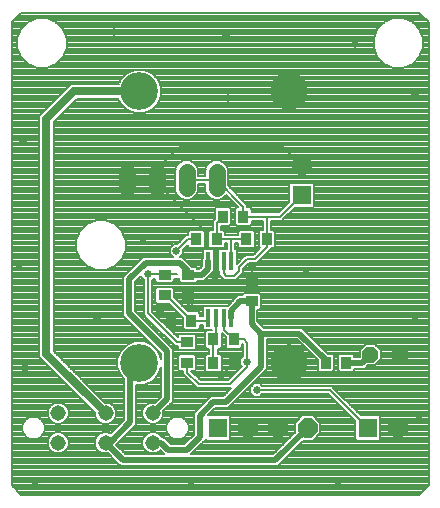
<source format=gtl>
G75*
%MOIN*%
%OFA0B0*%
%FSLAX25Y25*%
%IPPOS*%
%LPD*%
%AMOC8*
5,1,8,0,0,1.08239X$1,22.5*
%
%ADD10R,0.03500X0.04200*%
%ADD11R,0.04200X0.03500*%
%ADD12OC8,0.05200*%
%ADD13C,0.05600*%
%ADD14R,0.01700X0.05900*%
%ADD15C,0.12583*%
%ADD16OC8,0.06496*%
%ADD17R,0.06496X0.06496*%
%ADD18C,0.05150*%
%ADD19C,0.00787*%
%ADD20C,0.02000*%
%ADD21C,0.01969*%
%ADD22C,0.02578*%
%ADD23C,0.00800*%
%ADD24C,0.02756*%
D10*
X0064529Y0067929D03*
X0071329Y0067929D03*
X0078702Y0061630D03*
X0085502Y0061630D03*
X0085502Y0053756D03*
X0078702Y0053756D03*
X0116143Y0053795D03*
X0122943Y0053795D03*
X0096526Y0095094D03*
X0089726Y0095094D03*
X0088652Y0102575D03*
X0081852Y0102575D03*
X0079794Y0095055D03*
X0072994Y0095055D03*
D11*
X0070291Y0083140D03*
X0070291Y0076340D03*
X0062417Y0076340D03*
X0062417Y0083140D03*
X0069898Y0060699D03*
X0069898Y0053899D03*
X0091394Y0074332D03*
X0091394Y0081132D03*
D12*
X0131000Y0056551D03*
X0141000Y0056551D03*
D13*
X0079780Y0111980D02*
X0079780Y0117580D01*
X0069780Y0117580D02*
X0069780Y0111980D01*
X0059780Y0111980D02*
X0059780Y0117580D01*
X0049780Y0117580D02*
X0049780Y0111980D01*
D14*
X0076964Y0087923D03*
X0079464Y0087923D03*
X0082064Y0087923D03*
X0084564Y0087923D03*
X0084564Y0068723D03*
X0082064Y0068723D03*
X0079464Y0068723D03*
X0076964Y0068723D03*
D15*
X0053953Y0053756D03*
X0103953Y0053756D03*
X0103953Y0144307D03*
X0053953Y0144307D03*
D16*
X0108087Y0119661D03*
X0110134Y0032102D03*
X0100134Y0032102D03*
X0090134Y0032102D03*
X0140134Y0032102D03*
D17*
X0130134Y0032102D03*
X0080134Y0032102D03*
X0108087Y0109661D03*
D18*
X0058480Y0037024D03*
X0058480Y0027181D03*
X0042732Y0027181D03*
X0042732Y0037024D03*
X0026984Y0037024D03*
X0026984Y0027181D03*
D19*
X0012019Y0012425D02*
X0149824Y0012425D01*
X0150394Y0012995D02*
X0147273Y0009874D01*
X0014569Y0009874D01*
X0011449Y0012995D01*
X0011449Y0167352D01*
X0014569Y0170472D01*
X0147273Y0170472D01*
X0150394Y0167352D01*
X0150394Y0012995D01*
X0150394Y0013211D02*
X0011449Y0013211D01*
X0011449Y0013997D02*
X0150394Y0013997D01*
X0150394Y0014783D02*
X0011449Y0014783D01*
X0011449Y0015568D02*
X0150394Y0015568D01*
X0150394Y0016354D02*
X0011449Y0016354D01*
X0011449Y0017140D02*
X0150394Y0017140D01*
X0150394Y0017926D02*
X0011449Y0017926D01*
X0011449Y0018712D02*
X0150394Y0018712D01*
X0150394Y0019498D02*
X0100327Y0019498D01*
X0100189Y0019361D02*
X0101348Y0020519D01*
X0101348Y0020519D01*
X0108689Y0027861D01*
X0111891Y0027861D01*
X0114376Y0030345D01*
X0114376Y0033859D01*
X0111891Y0036344D01*
X0108377Y0036344D01*
X0105892Y0033859D01*
X0105892Y0030658D01*
X0098551Y0023317D01*
X0071149Y0023317D01*
X0074914Y0027081D01*
X0076072Y0028240D01*
X0076072Y0028262D01*
X0076474Y0027861D01*
X0083793Y0027861D01*
X0084376Y0028443D01*
X0084376Y0035762D01*
X0083793Y0036344D01*
X0077035Y0036344D01*
X0079378Y0038687D01*
X0083611Y0038687D01*
X0096679Y0051755D01*
X0096679Y0061620D01*
X0106480Y0061620D01*
X0113400Y0054701D01*
X0113400Y0051284D01*
X0113982Y0050702D01*
X0118305Y0050702D01*
X0118887Y0051284D01*
X0118887Y0056307D01*
X0118305Y0056889D01*
X0116806Y0056889D01*
X0108119Y0065576D01*
X0095520Y0065576D01*
X0093372Y0067725D01*
X0093372Y0071589D01*
X0093905Y0071589D01*
X0094487Y0072171D01*
X0094487Y0076494D01*
X0093905Y0077076D01*
X0088882Y0077076D01*
X0088300Y0076494D01*
X0088300Y0076326D01*
X0086892Y0076326D01*
X0085724Y0075158D01*
X0083738Y0073172D01*
X0083233Y0072667D01*
X0080802Y0072667D01*
X0080764Y0072628D01*
X0080725Y0072667D01*
X0075702Y0072667D01*
X0075120Y0072084D01*
X0075120Y0069317D01*
X0074073Y0069317D01*
X0074073Y0070441D01*
X0073491Y0071023D01*
X0070299Y0071023D01*
X0067075Y0074247D01*
X0067075Y0074257D01*
X0066262Y0075069D01*
X0065511Y0075820D01*
X0065511Y0078502D01*
X0064929Y0079084D01*
X0059906Y0079084D01*
X0059324Y0078502D01*
X0059324Y0074179D01*
X0059906Y0073596D01*
X0063811Y0073596D01*
X0064300Y0073107D01*
X0064300Y0073098D01*
X0068585Y0068812D01*
X0068585Y0065418D01*
X0069168Y0064835D01*
X0073491Y0064835D01*
X0074073Y0065418D01*
X0074073Y0066542D01*
X0075120Y0066542D01*
X0075120Y0065361D01*
X0075702Y0064779D01*
X0078076Y0064779D01*
X0078076Y0064724D01*
X0076541Y0064724D01*
X0075959Y0064142D01*
X0075959Y0059118D01*
X0076541Y0058536D01*
X0077315Y0058536D01*
X0077315Y0056850D01*
X0076541Y0056850D01*
X0075959Y0056268D01*
X0075959Y0051244D01*
X0076541Y0050662D01*
X0080864Y0050662D01*
X0081446Y0051244D01*
X0081446Y0056268D01*
X0080864Y0056850D01*
X0080090Y0056850D01*
X0080090Y0058536D01*
X0080864Y0058536D01*
X0081446Y0059118D01*
X0081446Y0063724D01*
X0082759Y0062412D01*
X0082759Y0059118D01*
X0083341Y0058536D01*
X0087664Y0058536D01*
X0088246Y0059118D01*
X0088246Y0060217D01*
X0088589Y0059874D01*
X0088589Y0055990D01*
X0087694Y0055095D01*
X0087694Y0053204D01*
X0088169Y0052729D01*
X0083496Y0048057D01*
X0074409Y0048057D01*
X0071310Y0051156D01*
X0072409Y0051156D01*
X0072991Y0051738D01*
X0072991Y0056061D01*
X0072409Y0056643D01*
X0067386Y0056643D01*
X0066804Y0056061D01*
X0066804Y0051738D01*
X0067386Y0051156D01*
X0068510Y0051156D01*
X0068510Y0050032D01*
X0072447Y0046095D01*
X0073260Y0045282D01*
X0084611Y0045282D01*
X0081972Y0042643D01*
X0077740Y0042643D01*
X0073275Y0038179D01*
X0072117Y0037020D01*
X0072117Y0029879D01*
X0068972Y0026734D01*
X0064524Y0026734D01*
X0062099Y0029159D01*
X0061524Y0029159D01*
X0061506Y0029202D01*
X0060502Y0030206D01*
X0059190Y0030750D01*
X0057770Y0030750D01*
X0056459Y0030206D01*
X0055455Y0029202D01*
X0054912Y0027891D01*
X0054912Y0026471D01*
X0055455Y0025160D01*
X0056459Y0024156D01*
X0057770Y0023613D01*
X0059190Y0023613D01*
X0060502Y0024156D01*
X0061005Y0024659D01*
X0061727Y0023937D01*
X0062347Y0023317D01*
X0049394Y0023317D01*
X0046283Y0026428D01*
X0046301Y0026471D01*
X0046301Y0026574D01*
X0051819Y0032093D01*
X0052978Y0033252D01*
X0052978Y0046471D01*
X0055402Y0046471D01*
X0058079Y0047580D01*
X0060129Y0049629D01*
X0061227Y0052280D01*
X0061227Y0042567D01*
X0059234Y0040574D01*
X0059190Y0040592D01*
X0057770Y0040592D01*
X0056459Y0040049D01*
X0055455Y0039045D01*
X0054912Y0037733D01*
X0054912Y0036314D01*
X0055455Y0035002D01*
X0056459Y0033998D01*
X0057770Y0033455D01*
X0059190Y0033455D01*
X0060502Y0033998D01*
X0061506Y0035002D01*
X0062049Y0036314D01*
X0062049Y0037733D01*
X0062031Y0037777D01*
X0064024Y0039770D01*
X0065183Y0040929D01*
X0065183Y0058512D01*
X0064024Y0059671D01*
X0052584Y0071111D01*
X0052584Y0080889D01*
X0054623Y0082928D01*
X0054623Y0082338D01*
X0055518Y0081443D01*
X0055518Y0069723D01*
X0056331Y0068910D01*
X0065929Y0059312D01*
X0066804Y0059312D01*
X0066804Y0058538D01*
X0067386Y0057956D01*
X0072409Y0057956D01*
X0072991Y0058538D01*
X0072991Y0062861D01*
X0072409Y0063443D01*
X0067386Y0063443D01*
X0066804Y0062861D01*
X0066804Y0062361D01*
X0058293Y0070872D01*
X0058293Y0081443D01*
X0058746Y0081896D01*
X0059324Y0081896D01*
X0059324Y0080979D01*
X0059906Y0080396D01*
X0064929Y0080396D01*
X0065511Y0080979D01*
X0065511Y0081863D01*
X0066419Y0081896D01*
X0066968Y0081896D01*
X0066989Y0081917D01*
X0067018Y0081918D01*
X0067198Y0082111D01*
X0067198Y0080979D01*
X0067780Y0080396D01*
X0072803Y0080396D01*
X0073385Y0080979D01*
X0073385Y0081146D01*
X0075698Y0081146D01*
X0076866Y0082314D01*
X0078957Y0084406D01*
X0078957Y0088749D01*
X0078807Y0088899D01*
X0078807Y0091284D01*
X0078225Y0091867D01*
X0075702Y0091867D01*
X0075120Y0091284D01*
X0075120Y0088899D01*
X0074970Y0088749D01*
X0074970Y0086057D01*
X0074047Y0085134D01*
X0073385Y0085134D01*
X0073385Y0085302D01*
X0072803Y0085884D01*
X0071669Y0085884D01*
X0068355Y0089198D01*
X0067623Y0089198D01*
X0068637Y0090212D01*
X0068637Y0091478D01*
X0070250Y0093091D01*
X0070250Y0092544D01*
X0070832Y0091961D01*
X0075155Y0091961D01*
X0075737Y0092544D01*
X0075737Y0097567D01*
X0075155Y0098149D01*
X0070832Y0098149D01*
X0070250Y0097567D01*
X0070250Y0096443D01*
X0069677Y0096443D01*
X0066675Y0093440D01*
X0065409Y0093440D01*
X0064072Y0092103D01*
X0064072Y0090212D01*
X0065085Y0089198D01*
X0055299Y0089198D01*
X0049787Y0083687D01*
X0048628Y0082528D01*
X0048628Y0069472D01*
X0061227Y0056874D01*
X0061227Y0055232D01*
X0060129Y0057883D01*
X0058079Y0059932D01*
X0055402Y0061041D01*
X0052504Y0061041D01*
X0049826Y0059932D01*
X0047777Y0057883D01*
X0046668Y0055205D01*
X0046668Y0052307D01*
X0047777Y0049629D01*
X0049022Y0048384D01*
X0049022Y0034890D01*
X0044460Y0030328D01*
X0043442Y0030750D01*
X0042022Y0030750D01*
X0040711Y0030206D01*
X0039707Y0029202D01*
X0039164Y0027891D01*
X0039164Y0026471D01*
X0039707Y0025160D01*
X0040711Y0024156D01*
X0042022Y0023613D01*
X0043442Y0023613D01*
X0043486Y0023631D01*
X0046597Y0020519D01*
X0047755Y0019361D01*
X0100189Y0019361D01*
X0101113Y0020284D02*
X0150394Y0020284D01*
X0150394Y0021070D02*
X0101899Y0021070D01*
X0102684Y0021856D02*
X0150394Y0021856D01*
X0150394Y0022642D02*
X0103470Y0022642D01*
X0104256Y0023428D02*
X0150394Y0023428D01*
X0150394Y0024213D02*
X0105042Y0024213D01*
X0105828Y0024999D02*
X0150394Y0024999D01*
X0150394Y0025785D02*
X0106614Y0025785D01*
X0107400Y0026571D02*
X0150394Y0026571D01*
X0150394Y0027357D02*
X0108186Y0027357D01*
X0105735Y0030501D02*
X0084376Y0030501D01*
X0084376Y0031287D02*
X0105892Y0031287D01*
X0105892Y0032073D02*
X0084376Y0032073D01*
X0084376Y0032859D02*
X0105892Y0032859D01*
X0105892Y0033644D02*
X0084376Y0033644D01*
X0084376Y0034430D02*
X0106463Y0034430D01*
X0107249Y0035216D02*
X0084376Y0035216D01*
X0084135Y0036002D02*
X0108035Y0036002D01*
X0112233Y0036002D02*
X0124272Y0036002D01*
X0125058Y0035216D02*
X0113019Y0035216D01*
X0113805Y0034430D02*
X0125844Y0034430D01*
X0125892Y0034382D02*
X0125892Y0028443D01*
X0126474Y0027861D01*
X0133793Y0027861D01*
X0134376Y0028443D01*
X0134376Y0035762D01*
X0133793Y0036344D01*
X0127854Y0036344D01*
X0118923Y0045275D01*
X0118110Y0046088D01*
X0094967Y0046088D01*
X0094071Y0046983D01*
X0092180Y0046983D01*
X0090843Y0045646D01*
X0090843Y0043755D01*
X0092180Y0042418D01*
X0094071Y0042418D01*
X0094967Y0043313D01*
X0116961Y0043313D01*
X0125892Y0034382D01*
X0125892Y0033644D02*
X0114376Y0033644D01*
X0114376Y0032859D02*
X0125892Y0032859D01*
X0125892Y0032073D02*
X0114376Y0032073D01*
X0114376Y0031287D02*
X0125892Y0031287D01*
X0125892Y0030501D02*
X0114376Y0030501D01*
X0113745Y0029715D02*
X0125892Y0029715D01*
X0125892Y0028929D02*
X0112959Y0028929D01*
X0112173Y0028143D02*
X0126192Y0028143D01*
X0130134Y0032102D02*
X0117535Y0044701D01*
X0093126Y0044701D01*
X0094729Y0043075D02*
X0117199Y0043075D01*
X0117985Y0042289D02*
X0087213Y0042289D01*
X0086427Y0041504D02*
X0118771Y0041504D01*
X0119556Y0040718D02*
X0085641Y0040718D01*
X0084855Y0039932D02*
X0120342Y0039932D01*
X0121128Y0039146D02*
X0084069Y0039146D01*
X0082404Y0043075D02*
X0065183Y0043075D01*
X0065183Y0042289D02*
X0077386Y0042289D01*
X0076600Y0041504D02*
X0065183Y0041504D01*
X0064972Y0040718D02*
X0075814Y0040718D01*
X0075028Y0039932D02*
X0064186Y0039932D01*
X0063400Y0039146D02*
X0074242Y0039146D01*
X0073456Y0038360D02*
X0062614Y0038360D01*
X0062049Y0037574D02*
X0072670Y0037574D01*
X0072117Y0036788D02*
X0062049Y0036788D01*
X0061920Y0036002D02*
X0072117Y0036002D01*
X0072117Y0035216D02*
X0068946Y0035216D01*
X0068876Y0035286D02*
X0067495Y0035858D01*
X0066001Y0035858D01*
X0064620Y0035286D01*
X0063564Y0034230D01*
X0062992Y0032849D01*
X0062992Y0031355D01*
X0063564Y0029975D01*
X0064620Y0028918D01*
X0066001Y0028346D01*
X0067495Y0028346D01*
X0068876Y0028918D01*
X0069932Y0029975D01*
X0070504Y0031355D01*
X0070504Y0032849D01*
X0069932Y0034230D01*
X0068876Y0035286D01*
X0069732Y0034430D02*
X0072117Y0034430D01*
X0072117Y0033644D02*
X0070175Y0033644D01*
X0070500Y0032859D02*
X0072117Y0032859D01*
X0072117Y0032073D02*
X0070504Y0032073D01*
X0070476Y0031287D02*
X0072117Y0031287D01*
X0072117Y0030501D02*
X0070150Y0030501D01*
X0069672Y0029715D02*
X0071953Y0029715D01*
X0071167Y0028929D02*
X0068886Y0028929D01*
X0070381Y0028143D02*
X0063115Y0028143D01*
X0062329Y0028929D02*
X0064610Y0028929D01*
X0063824Y0029715D02*
X0060993Y0029715D01*
X0059791Y0030501D02*
X0063346Y0030501D01*
X0063021Y0031287D02*
X0051013Y0031287D01*
X0051799Y0032073D02*
X0062992Y0032073D01*
X0062996Y0032859D02*
X0052585Y0032859D01*
X0052978Y0033644D02*
X0057313Y0033644D01*
X0056027Y0034430D02*
X0052978Y0034430D01*
X0052978Y0035216D02*
X0055366Y0035216D01*
X0055041Y0036002D02*
X0052978Y0036002D01*
X0052978Y0036788D02*
X0054912Y0036788D01*
X0054912Y0037574D02*
X0052978Y0037574D01*
X0052978Y0038360D02*
X0055171Y0038360D01*
X0055556Y0039146D02*
X0052978Y0039146D01*
X0052978Y0039932D02*
X0056342Y0039932D01*
X0059377Y0040718D02*
X0052978Y0040718D01*
X0052978Y0041504D02*
X0060163Y0041504D01*
X0060949Y0042289D02*
X0052978Y0042289D01*
X0052978Y0043075D02*
X0061227Y0043075D01*
X0061227Y0043861D02*
X0052978Y0043861D01*
X0052978Y0044647D02*
X0061227Y0044647D01*
X0061227Y0045433D02*
X0052978Y0045433D01*
X0052978Y0046219D02*
X0061227Y0046219D01*
X0061227Y0047005D02*
X0056691Y0047005D01*
X0058290Y0047791D02*
X0061227Y0047791D01*
X0061227Y0048577D02*
X0059076Y0048577D01*
X0059862Y0049363D02*
X0061227Y0049363D01*
X0061227Y0050149D02*
X0060344Y0050149D01*
X0060669Y0050934D02*
X0061227Y0050934D01*
X0061227Y0051720D02*
X0060995Y0051720D01*
X0061053Y0055650D02*
X0061227Y0055650D01*
X0061227Y0056436D02*
X0060728Y0056436D01*
X0060879Y0057222D02*
X0060402Y0057222D01*
X0060093Y0058008D02*
X0060004Y0058008D01*
X0059307Y0058794D02*
X0059218Y0058794D01*
X0058521Y0059580D02*
X0058432Y0059580D01*
X0057735Y0060365D02*
X0057033Y0060365D01*
X0056949Y0061151D02*
X0025419Y0061151D01*
X0025419Y0060365D02*
X0050873Y0060365D01*
X0049474Y0059580D02*
X0025419Y0059580D01*
X0025419Y0058794D02*
X0048688Y0058794D01*
X0047902Y0058008D02*
X0025419Y0058008D01*
X0025419Y0057691D02*
X0025419Y0134270D01*
X0033085Y0141935D01*
X0047050Y0141935D01*
X0047777Y0140180D01*
X0049826Y0138131D01*
X0052504Y0137022D01*
X0055402Y0137022D01*
X0058079Y0138131D01*
X0060129Y0140180D01*
X0061238Y0142858D01*
X0061238Y0145756D01*
X0060129Y0148434D01*
X0058079Y0150483D01*
X0055402Y0151592D01*
X0052504Y0151592D01*
X0049826Y0150483D01*
X0047777Y0148434D01*
X0047050Y0146679D01*
X0031120Y0146679D01*
X0020676Y0136234D01*
X0020676Y0055726D01*
X0039164Y0037238D01*
X0039164Y0036314D01*
X0039707Y0035002D01*
X0040711Y0033998D01*
X0042022Y0033455D01*
X0043442Y0033455D01*
X0044754Y0033998D01*
X0045758Y0035002D01*
X0046301Y0036314D01*
X0046301Y0037733D01*
X0045758Y0039045D01*
X0044754Y0040049D01*
X0043442Y0040592D01*
X0042518Y0040592D01*
X0025419Y0057691D01*
X0025888Y0057222D02*
X0047503Y0057222D01*
X0047178Y0056436D02*
X0026674Y0056436D01*
X0027460Y0055650D02*
X0046852Y0055650D01*
X0046668Y0054864D02*
X0028246Y0054864D01*
X0029032Y0054078D02*
X0046668Y0054078D01*
X0046668Y0053292D02*
X0029818Y0053292D01*
X0030604Y0052506D02*
X0046668Y0052506D01*
X0046911Y0051720D02*
X0031390Y0051720D01*
X0032175Y0050934D02*
X0047236Y0050934D01*
X0047562Y0050149D02*
X0032961Y0050149D01*
X0033747Y0049363D02*
X0048043Y0049363D01*
X0048829Y0048577D02*
X0034533Y0048577D01*
X0035319Y0047791D02*
X0049022Y0047791D01*
X0049022Y0047005D02*
X0036105Y0047005D01*
X0036891Y0046219D02*
X0049022Y0046219D01*
X0049022Y0045433D02*
X0037677Y0045433D01*
X0038463Y0044647D02*
X0049022Y0044647D01*
X0049022Y0043861D02*
X0039249Y0043861D01*
X0040035Y0043075D02*
X0049022Y0043075D01*
X0049022Y0042289D02*
X0040820Y0042289D01*
X0041606Y0041504D02*
X0049022Y0041504D01*
X0049022Y0040718D02*
X0042392Y0040718D01*
X0044871Y0039932D02*
X0049022Y0039932D01*
X0049022Y0039146D02*
X0045657Y0039146D01*
X0046041Y0038360D02*
X0049022Y0038360D01*
X0049022Y0037574D02*
X0046301Y0037574D01*
X0046301Y0036788D02*
X0049022Y0036788D01*
X0049022Y0036002D02*
X0046172Y0036002D01*
X0045846Y0035216D02*
X0049022Y0035216D01*
X0048562Y0034430D02*
X0045186Y0034430D01*
X0043899Y0033644D02*
X0047776Y0033644D01*
X0046990Y0032859D02*
X0022469Y0032859D01*
X0022472Y0032849D02*
X0021901Y0034230D01*
X0020844Y0035286D01*
X0019464Y0035858D01*
X0017969Y0035858D01*
X0016589Y0035286D01*
X0015532Y0034230D01*
X0014961Y0032849D01*
X0014961Y0031355D01*
X0015532Y0029975D01*
X0016589Y0028918D01*
X0017969Y0028346D01*
X0019464Y0028346D01*
X0020844Y0028918D01*
X0021901Y0029975D01*
X0022472Y0031355D01*
X0022472Y0032849D01*
X0022472Y0032073D02*
X0046204Y0032073D01*
X0045419Y0031287D02*
X0022444Y0031287D01*
X0022118Y0030501D02*
X0025674Y0030501D01*
X0026274Y0030750D02*
X0024963Y0030206D01*
X0023959Y0029202D01*
X0023416Y0027891D01*
X0023416Y0026471D01*
X0023959Y0025160D01*
X0024963Y0024156D01*
X0026274Y0023613D01*
X0027694Y0023613D01*
X0029006Y0024156D01*
X0030009Y0025160D01*
X0030553Y0026471D01*
X0030553Y0027891D01*
X0030009Y0029202D01*
X0029006Y0030206D01*
X0027694Y0030750D01*
X0026274Y0030750D01*
X0028295Y0030501D02*
X0041422Y0030501D01*
X0040219Y0029715D02*
X0029497Y0029715D01*
X0030123Y0028929D02*
X0039594Y0028929D01*
X0039268Y0028143D02*
X0030448Y0028143D01*
X0030553Y0027357D02*
X0039164Y0027357D01*
X0039164Y0026571D02*
X0030553Y0026571D01*
X0030269Y0025785D02*
X0039448Y0025785D01*
X0039867Y0024999D02*
X0029849Y0024999D01*
X0029063Y0024213D02*
X0040653Y0024213D01*
X0043689Y0023428D02*
X0011449Y0023428D01*
X0011449Y0024213D02*
X0024905Y0024213D01*
X0024119Y0024999D02*
X0011449Y0024999D01*
X0011449Y0025785D02*
X0023700Y0025785D01*
X0023416Y0026571D02*
X0011449Y0026571D01*
X0011449Y0027357D02*
X0023416Y0027357D01*
X0023520Y0028143D02*
X0011449Y0028143D01*
X0011449Y0028929D02*
X0016578Y0028929D01*
X0015792Y0029715D02*
X0011449Y0029715D01*
X0011449Y0030501D02*
X0015315Y0030501D01*
X0014989Y0031287D02*
X0011449Y0031287D01*
X0011449Y0032073D02*
X0014961Y0032073D01*
X0014964Y0032859D02*
X0011449Y0032859D01*
X0011449Y0033644D02*
X0015290Y0033644D01*
X0015733Y0034430D02*
X0011449Y0034430D01*
X0011449Y0035216D02*
X0016519Y0035216D01*
X0020914Y0035216D02*
X0023870Y0035216D01*
X0023959Y0035002D02*
X0024963Y0033998D01*
X0026274Y0033455D01*
X0027694Y0033455D01*
X0029006Y0033998D01*
X0030009Y0035002D01*
X0030553Y0036314D01*
X0030553Y0037733D01*
X0030009Y0039045D01*
X0029006Y0040049D01*
X0027694Y0040592D01*
X0026274Y0040592D01*
X0024963Y0040049D01*
X0023959Y0039045D01*
X0023416Y0037733D01*
X0023416Y0036314D01*
X0023959Y0035002D01*
X0024531Y0034430D02*
X0021700Y0034430D01*
X0022143Y0033644D02*
X0025817Y0033644D01*
X0028151Y0033644D02*
X0041565Y0033644D01*
X0040279Y0034430D02*
X0029438Y0034430D01*
X0030098Y0035216D02*
X0039618Y0035216D01*
X0039293Y0036002D02*
X0030424Y0036002D01*
X0030553Y0036788D02*
X0039164Y0036788D01*
X0038828Y0037574D02*
X0030553Y0037574D01*
X0030293Y0038360D02*
X0038042Y0038360D01*
X0037256Y0039146D02*
X0029909Y0039146D01*
X0029123Y0039932D02*
X0036470Y0039932D01*
X0035684Y0040718D02*
X0011449Y0040718D01*
X0011449Y0041504D02*
X0034898Y0041504D01*
X0034112Y0042289D02*
X0011449Y0042289D01*
X0011449Y0043075D02*
X0033327Y0043075D01*
X0032541Y0043861D02*
X0011449Y0043861D01*
X0011449Y0044647D02*
X0031755Y0044647D01*
X0030969Y0045433D02*
X0011449Y0045433D01*
X0011449Y0046219D02*
X0030183Y0046219D01*
X0029397Y0047005D02*
X0011449Y0047005D01*
X0011449Y0047791D02*
X0028611Y0047791D01*
X0027825Y0048577D02*
X0011449Y0048577D01*
X0011449Y0049363D02*
X0027039Y0049363D01*
X0026253Y0050149D02*
X0011449Y0050149D01*
X0011449Y0050934D02*
X0025467Y0050934D01*
X0024681Y0051720D02*
X0011449Y0051720D01*
X0011449Y0052506D02*
X0023896Y0052506D01*
X0023110Y0053292D02*
X0011449Y0053292D01*
X0011449Y0054078D02*
X0022324Y0054078D01*
X0021538Y0054864D02*
X0011449Y0054864D01*
X0011449Y0055650D02*
X0020752Y0055650D01*
X0020676Y0056436D02*
X0011449Y0056436D01*
X0011449Y0057222D02*
X0020676Y0057222D01*
X0020676Y0058008D02*
X0011449Y0058008D01*
X0011449Y0058794D02*
X0020676Y0058794D01*
X0020676Y0059580D02*
X0011449Y0059580D01*
X0011449Y0060365D02*
X0020676Y0060365D01*
X0020676Y0061151D02*
X0011449Y0061151D01*
X0011449Y0061937D02*
X0020676Y0061937D01*
X0020676Y0062723D02*
X0011449Y0062723D01*
X0011449Y0063509D02*
X0020676Y0063509D01*
X0020676Y0064295D02*
X0011449Y0064295D01*
X0011449Y0065081D02*
X0020676Y0065081D01*
X0020676Y0065867D02*
X0011449Y0065867D01*
X0011449Y0066653D02*
X0020676Y0066653D01*
X0020676Y0067439D02*
X0011449Y0067439D01*
X0011449Y0068225D02*
X0020676Y0068225D01*
X0020676Y0069010D02*
X0011449Y0069010D01*
X0011449Y0069796D02*
X0020676Y0069796D01*
X0020676Y0070582D02*
X0011449Y0070582D01*
X0011449Y0071368D02*
X0020676Y0071368D01*
X0020676Y0072154D02*
X0011449Y0072154D01*
X0011449Y0072940D02*
X0020676Y0072940D01*
X0020676Y0073726D02*
X0011449Y0073726D01*
X0011449Y0074512D02*
X0020676Y0074512D01*
X0020676Y0075298D02*
X0011449Y0075298D01*
X0011449Y0076084D02*
X0020676Y0076084D01*
X0020676Y0076870D02*
X0011449Y0076870D01*
X0011449Y0077656D02*
X0020676Y0077656D01*
X0020676Y0078441D02*
X0011449Y0078441D01*
X0011449Y0079227D02*
X0020676Y0079227D01*
X0020676Y0080013D02*
X0011449Y0080013D01*
X0011449Y0080799D02*
X0020676Y0080799D01*
X0020676Y0081585D02*
X0011449Y0081585D01*
X0011449Y0082371D02*
X0020676Y0082371D01*
X0020676Y0083157D02*
X0011449Y0083157D01*
X0011449Y0083943D02*
X0020676Y0083943D01*
X0020676Y0084729D02*
X0011449Y0084729D01*
X0011449Y0085515D02*
X0020676Y0085515D01*
X0020676Y0086301D02*
X0011449Y0086301D01*
X0011449Y0087086D02*
X0020676Y0087086D01*
X0020676Y0087872D02*
X0011449Y0087872D01*
X0011449Y0088658D02*
X0020676Y0088658D01*
X0020676Y0089444D02*
X0011449Y0089444D01*
X0011449Y0090230D02*
X0020676Y0090230D01*
X0020676Y0091016D02*
X0011449Y0091016D01*
X0011449Y0091802D02*
X0020676Y0091802D01*
X0020676Y0092588D02*
X0011449Y0092588D01*
X0011449Y0093374D02*
X0020676Y0093374D01*
X0020676Y0094160D02*
X0011449Y0094160D01*
X0011449Y0094946D02*
X0020676Y0094946D01*
X0020676Y0095732D02*
X0011449Y0095732D01*
X0011449Y0096517D02*
X0020676Y0096517D01*
X0020676Y0097303D02*
X0011449Y0097303D01*
X0011449Y0098089D02*
X0020676Y0098089D01*
X0020676Y0098875D02*
X0011449Y0098875D01*
X0011449Y0099661D02*
X0020676Y0099661D01*
X0020676Y0100447D02*
X0011449Y0100447D01*
X0011449Y0101233D02*
X0020676Y0101233D01*
X0020676Y0102019D02*
X0011449Y0102019D01*
X0011449Y0102805D02*
X0020676Y0102805D01*
X0020676Y0103591D02*
X0011449Y0103591D01*
X0011449Y0104377D02*
X0020676Y0104377D01*
X0020676Y0105162D02*
X0011449Y0105162D01*
X0011449Y0105948D02*
X0020676Y0105948D01*
X0020676Y0106734D02*
X0011449Y0106734D01*
X0011449Y0107520D02*
X0020676Y0107520D01*
X0020676Y0108306D02*
X0011449Y0108306D01*
X0011449Y0109092D02*
X0020676Y0109092D01*
X0020676Y0109878D02*
X0011449Y0109878D01*
X0011449Y0110664D02*
X0020676Y0110664D01*
X0020676Y0111450D02*
X0011449Y0111450D01*
X0011449Y0112236D02*
X0020676Y0112236D01*
X0020676Y0113022D02*
X0011449Y0113022D01*
X0011449Y0113808D02*
X0020676Y0113808D01*
X0020676Y0114593D02*
X0011449Y0114593D01*
X0011449Y0115379D02*
X0020676Y0115379D01*
X0020676Y0116165D02*
X0011449Y0116165D01*
X0011449Y0116951D02*
X0020676Y0116951D01*
X0020676Y0117737D02*
X0011449Y0117737D01*
X0011449Y0118523D02*
X0020676Y0118523D01*
X0020676Y0119309D02*
X0011449Y0119309D01*
X0011449Y0120095D02*
X0020676Y0120095D01*
X0020676Y0120881D02*
X0011449Y0120881D01*
X0011449Y0121667D02*
X0020676Y0121667D01*
X0020676Y0122453D02*
X0011449Y0122453D01*
X0011449Y0123238D02*
X0020676Y0123238D01*
X0020676Y0124024D02*
X0011449Y0124024D01*
X0011449Y0124810D02*
X0020676Y0124810D01*
X0020676Y0125596D02*
X0011449Y0125596D01*
X0011449Y0126382D02*
X0020676Y0126382D01*
X0020676Y0127168D02*
X0011449Y0127168D01*
X0011449Y0127954D02*
X0020676Y0127954D01*
X0020676Y0128740D02*
X0011449Y0128740D01*
X0011449Y0129526D02*
X0020676Y0129526D01*
X0020676Y0130312D02*
X0011449Y0130312D01*
X0011449Y0131098D02*
X0020676Y0131098D01*
X0020676Y0131884D02*
X0011449Y0131884D01*
X0011449Y0132669D02*
X0020676Y0132669D01*
X0020676Y0133455D02*
X0011449Y0133455D01*
X0011449Y0134241D02*
X0020676Y0134241D01*
X0020676Y0135027D02*
X0011449Y0135027D01*
X0011449Y0135813D02*
X0020676Y0135813D01*
X0021040Y0136599D02*
X0011449Y0136599D01*
X0011449Y0137385D02*
X0021826Y0137385D01*
X0022612Y0138171D02*
X0011449Y0138171D01*
X0011449Y0138957D02*
X0023398Y0138957D01*
X0024184Y0139743D02*
X0011449Y0139743D01*
X0011449Y0140529D02*
X0024970Y0140529D01*
X0025756Y0141314D02*
X0011449Y0141314D01*
X0011449Y0142100D02*
X0026542Y0142100D01*
X0027328Y0142886D02*
X0011449Y0142886D01*
X0011449Y0143672D02*
X0028113Y0143672D01*
X0028899Y0144458D02*
X0011449Y0144458D01*
X0011449Y0145244D02*
X0029685Y0145244D01*
X0030471Y0146030D02*
X0011449Y0146030D01*
X0011449Y0146816D02*
X0047107Y0146816D01*
X0047432Y0147602D02*
X0011449Y0147602D01*
X0011449Y0148388D02*
X0047758Y0148388D01*
X0048517Y0149174D02*
X0011449Y0149174D01*
X0011449Y0149960D02*
X0049303Y0149960D01*
X0050460Y0150745D02*
X0011449Y0150745D01*
X0011449Y0151531D02*
X0052357Y0151531D01*
X0055549Y0151531D02*
X0150394Y0151531D01*
X0150394Y0150745D02*
X0057446Y0150745D01*
X0058603Y0149960D02*
X0150394Y0149960D01*
X0150394Y0149174D02*
X0059389Y0149174D01*
X0060148Y0148388D02*
X0150394Y0148388D01*
X0150394Y0147602D02*
X0060473Y0147602D01*
X0060799Y0146816D02*
X0150394Y0146816D01*
X0150394Y0146030D02*
X0061124Y0146030D01*
X0061238Y0145244D02*
X0150394Y0145244D01*
X0150394Y0144458D02*
X0061238Y0144458D01*
X0061238Y0143672D02*
X0150394Y0143672D01*
X0150394Y0142886D02*
X0061238Y0142886D01*
X0060924Y0142100D02*
X0150394Y0142100D01*
X0150394Y0141314D02*
X0060598Y0141314D01*
X0060273Y0140529D02*
X0150394Y0140529D01*
X0150394Y0139743D02*
X0059691Y0139743D01*
X0058905Y0138957D02*
X0150394Y0138957D01*
X0150394Y0138171D02*
X0058119Y0138171D01*
X0056278Y0137385D02*
X0150394Y0137385D01*
X0150394Y0136599D02*
X0027748Y0136599D01*
X0026962Y0135813D02*
X0150394Y0135813D01*
X0150394Y0135027D02*
X0026176Y0135027D01*
X0025419Y0134241D02*
X0150394Y0134241D01*
X0150394Y0133455D02*
X0025419Y0133455D01*
X0025419Y0132669D02*
X0150394Y0132669D01*
X0150394Y0131884D02*
X0025419Y0131884D01*
X0025419Y0131098D02*
X0150394Y0131098D01*
X0150394Y0130312D02*
X0025419Y0130312D01*
X0025419Y0129526D02*
X0150394Y0129526D01*
X0150394Y0128740D02*
X0025419Y0128740D01*
X0025419Y0127954D02*
X0150394Y0127954D01*
X0150394Y0127168D02*
X0025419Y0127168D01*
X0025419Y0126382D02*
X0150394Y0126382D01*
X0150394Y0125596D02*
X0025419Y0125596D01*
X0025419Y0124810D02*
X0150394Y0124810D01*
X0150394Y0124024D02*
X0025419Y0124024D01*
X0025419Y0123238D02*
X0150394Y0123238D01*
X0150394Y0122453D02*
X0025419Y0122453D01*
X0025419Y0121667D02*
X0150394Y0121667D01*
X0150394Y0120881D02*
X0081723Y0120881D01*
X0081928Y0120796D02*
X0080534Y0121373D01*
X0079025Y0121373D01*
X0077631Y0120796D01*
X0076563Y0119728D01*
X0075986Y0118334D01*
X0075986Y0116167D01*
X0073573Y0116167D01*
X0073573Y0118334D01*
X0072996Y0119728D01*
X0071928Y0120796D01*
X0070534Y0121373D01*
X0069025Y0121373D01*
X0067631Y0120796D01*
X0066563Y0119728D01*
X0065986Y0118334D01*
X0065986Y0111225D01*
X0066563Y0109831D01*
X0067631Y0108763D01*
X0069025Y0108186D01*
X0070534Y0108186D01*
X0071928Y0108763D01*
X0072996Y0109831D01*
X0073573Y0111225D01*
X0073573Y0113392D01*
X0075986Y0113392D01*
X0075986Y0111225D01*
X0076563Y0109831D01*
X0077631Y0108763D01*
X0079025Y0108186D01*
X0080534Y0108186D01*
X0081928Y0108763D01*
X0082881Y0109716D01*
X0086928Y0105668D01*
X0086490Y0105668D01*
X0085908Y0105086D01*
X0085908Y0100063D01*
X0086490Y0099481D01*
X0090814Y0099481D01*
X0091396Y0100063D01*
X0091396Y0101187D01*
X0095139Y0101187D01*
X0095139Y0098188D01*
X0094364Y0098188D01*
X0093782Y0097606D01*
X0093782Y0092583D01*
X0094295Y0092070D01*
X0092014Y0089789D01*
X0089402Y0089789D01*
X0088589Y0088976D01*
X0086407Y0086795D01*
X0086407Y0091284D01*
X0085951Y0091741D01*
X0085951Y0093739D01*
X0086982Y0093730D01*
X0086982Y0092583D01*
X0087564Y0092001D01*
X0091888Y0092001D01*
X0092470Y0092583D01*
X0092470Y0097606D01*
X0091888Y0098188D01*
X0087564Y0098188D01*
X0086982Y0097606D01*
X0086982Y0096505D01*
X0085829Y0096515D01*
X0085824Y0096520D01*
X0085255Y0096520D01*
X0085143Y0096521D01*
X0085138Y0096526D01*
X0084570Y0096526D01*
X0084001Y0096531D01*
X0083996Y0096526D01*
X0083989Y0096526D01*
X0083983Y0096520D01*
X0082537Y0096520D01*
X0082537Y0097567D01*
X0081955Y0098149D01*
X0081259Y0098149D01*
X0081259Y0099481D01*
X0084014Y0099481D01*
X0084596Y0100063D01*
X0084596Y0105086D01*
X0084014Y0105668D01*
X0079690Y0105668D01*
X0079108Y0105086D01*
X0079108Y0101793D01*
X0078484Y0101169D01*
X0078484Y0098149D01*
X0077632Y0098149D01*
X0077050Y0097567D01*
X0077050Y0092544D01*
X0077632Y0091961D01*
X0081955Y0091961D01*
X0082537Y0092544D01*
X0082537Y0093745D01*
X0083176Y0093745D01*
X0083176Y0091867D01*
X0080802Y0091867D01*
X0080220Y0091284D01*
X0080220Y0084561D01*
X0080676Y0084105D01*
X0080676Y0083141D01*
X0082315Y0081502D01*
X0086220Y0081502D01*
X0087795Y0083077D01*
X0088608Y0083890D01*
X0088608Y0085071D01*
X0090551Y0087014D01*
X0093164Y0087014D01*
X0093976Y0087827D01*
X0097913Y0091764D01*
X0097913Y0092001D01*
X0098688Y0092001D01*
X0099270Y0092583D01*
X0099270Y0097606D01*
X0098688Y0098188D01*
X0097913Y0098188D01*
X0097913Y0101187D01*
X0101575Y0101187D01*
X0102387Y0102000D01*
X0105807Y0105420D01*
X0111746Y0105420D01*
X0112328Y0106002D01*
X0112328Y0113321D01*
X0111746Y0113903D01*
X0104427Y0113903D01*
X0103845Y0113321D01*
X0103845Y0107382D01*
X0100425Y0103962D01*
X0091396Y0103962D01*
X0091396Y0105086D01*
X0090814Y0105668D01*
X0090039Y0105668D01*
X0090039Y0106482D01*
X0083573Y0112948D01*
X0083573Y0118334D01*
X0082996Y0119728D01*
X0081928Y0120796D01*
X0082629Y0120095D02*
X0150394Y0120095D01*
X0150394Y0119309D02*
X0083169Y0119309D01*
X0083495Y0118523D02*
X0150394Y0118523D01*
X0150394Y0117737D02*
X0083573Y0117737D01*
X0083573Y0116951D02*
X0150394Y0116951D01*
X0150394Y0116165D02*
X0083573Y0116165D01*
X0083573Y0115379D02*
X0150394Y0115379D01*
X0150394Y0114593D02*
X0083573Y0114593D01*
X0083573Y0113808D02*
X0104331Y0113808D01*
X0103845Y0113022D02*
X0083573Y0113022D01*
X0084285Y0112236D02*
X0103845Y0112236D01*
X0103845Y0111450D02*
X0085071Y0111450D01*
X0085857Y0110664D02*
X0103845Y0110664D01*
X0103845Y0109878D02*
X0086643Y0109878D01*
X0087429Y0109092D02*
X0103845Y0109092D01*
X0103845Y0108306D02*
X0088215Y0108306D01*
X0089001Y0107520D02*
X0103845Y0107520D01*
X0103197Y0106734D02*
X0089787Y0106734D01*
X0090039Y0105948D02*
X0102412Y0105948D01*
X0101626Y0105162D02*
X0091320Y0105162D01*
X0091396Y0104377D02*
X0100840Y0104377D01*
X0101000Y0102575D02*
X0096276Y0102575D01*
X0096526Y0102324D01*
X0096526Y0095094D01*
X0096526Y0092339D01*
X0092589Y0088402D01*
X0089976Y0088402D01*
X0087220Y0085646D01*
X0087220Y0084465D01*
X0085646Y0082890D01*
X0082890Y0082890D01*
X0082064Y0083716D01*
X0082064Y0087923D01*
X0084564Y0087923D02*
X0084564Y0095139D01*
X0085249Y0095133D01*
X0079871Y0095133D01*
X0079871Y0100594D01*
X0081852Y0102575D01*
X0079108Y0102805D02*
X0025419Y0102805D01*
X0025419Y0103591D02*
X0079108Y0103591D01*
X0079108Y0104377D02*
X0025419Y0104377D01*
X0025419Y0105162D02*
X0079184Y0105162D01*
X0078734Y0108306D02*
X0070825Y0108306D01*
X0072257Y0109092D02*
X0077302Y0109092D01*
X0076544Y0109878D02*
X0073015Y0109878D01*
X0073341Y0110664D02*
X0076218Y0110664D01*
X0075986Y0111450D02*
X0073573Y0111450D01*
X0073573Y0112236D02*
X0075986Y0112236D01*
X0075986Y0113022D02*
X0073573Y0113022D01*
X0073573Y0116951D02*
X0075986Y0116951D01*
X0075986Y0117737D02*
X0073573Y0117737D01*
X0073495Y0118523D02*
X0076064Y0118523D01*
X0076390Y0119309D02*
X0073169Y0119309D01*
X0072629Y0120095D02*
X0076930Y0120095D01*
X0077836Y0120881D02*
X0071723Y0120881D01*
X0067836Y0120881D02*
X0025419Y0120881D01*
X0025419Y0120095D02*
X0066930Y0120095D01*
X0066390Y0119309D02*
X0025419Y0119309D01*
X0025419Y0118523D02*
X0066064Y0118523D01*
X0065986Y0117737D02*
X0025419Y0117737D01*
X0025419Y0116951D02*
X0065986Y0116951D01*
X0065986Y0116165D02*
X0025419Y0116165D01*
X0025419Y0115379D02*
X0065986Y0115379D01*
X0065986Y0114593D02*
X0025419Y0114593D01*
X0025419Y0113808D02*
X0065986Y0113808D01*
X0065986Y0113022D02*
X0025419Y0113022D01*
X0025419Y0112236D02*
X0065986Y0112236D01*
X0065986Y0111450D02*
X0025419Y0111450D01*
X0025419Y0110664D02*
X0066218Y0110664D01*
X0066544Y0109878D02*
X0025419Y0109878D01*
X0025419Y0109092D02*
X0067302Y0109092D01*
X0068734Y0108306D02*
X0025419Y0108306D01*
X0025419Y0107520D02*
X0085077Y0107520D01*
X0085863Y0106734D02*
X0025419Y0106734D01*
X0025419Y0105948D02*
X0086649Y0105948D01*
X0085984Y0105162D02*
X0084520Y0105162D01*
X0084596Y0104377D02*
X0085908Y0104377D01*
X0085908Y0103591D02*
X0084596Y0103591D01*
X0084596Y0102805D02*
X0085908Y0102805D01*
X0085908Y0102019D02*
X0084596Y0102019D01*
X0084596Y0101233D02*
X0085908Y0101233D01*
X0085908Y0100447D02*
X0084596Y0100447D01*
X0084194Y0099661D02*
X0086310Y0099661D01*
X0087465Y0098089D02*
X0082015Y0098089D01*
X0082537Y0097303D02*
X0086982Y0097303D01*
X0086982Y0096517D02*
X0085826Y0096517D01*
X0085249Y0095133D02*
X0089726Y0095094D01*
X0092470Y0094946D02*
X0093782Y0094946D01*
X0093782Y0095732D02*
X0092470Y0095732D01*
X0092470Y0096517D02*
X0093782Y0096517D01*
X0093782Y0097303D02*
X0092470Y0097303D01*
X0091986Y0098089D02*
X0094265Y0098089D01*
X0095139Y0098875D02*
X0081259Y0098875D01*
X0078484Y0098875D02*
X0047123Y0098875D01*
X0047909Y0098089D02*
X0070773Y0098089D01*
X0070250Y0097303D02*
X0048393Y0097303D01*
X0048180Y0097818D02*
X0049441Y0094774D01*
X0049441Y0091478D01*
X0048180Y0088434D01*
X0045850Y0086104D01*
X0042805Y0084843D01*
X0039510Y0084843D01*
X0036465Y0086104D01*
X0034135Y0088434D01*
X0032874Y0091478D01*
X0032874Y0094774D01*
X0034135Y0097818D01*
X0036465Y0100148D01*
X0039510Y0101409D01*
X0042805Y0101409D01*
X0045850Y0100148D01*
X0048180Y0097818D01*
X0048719Y0096517D02*
X0070250Y0096517D01*
X0070252Y0095055D02*
X0066354Y0091157D01*
X0064839Y0089444D02*
X0048598Y0089444D01*
X0048273Y0088658D02*
X0054759Y0088658D01*
X0053973Y0087872D02*
X0047618Y0087872D01*
X0046833Y0087086D02*
X0053187Y0087086D01*
X0052401Y0086301D02*
X0046047Y0086301D01*
X0044428Y0085515D02*
X0051615Y0085515D01*
X0050829Y0084729D02*
X0025419Y0084729D01*
X0025419Y0085515D02*
X0037887Y0085515D01*
X0036268Y0086301D02*
X0025419Y0086301D01*
X0025419Y0087086D02*
X0035482Y0087086D01*
X0034696Y0087872D02*
X0025419Y0087872D01*
X0025419Y0088658D02*
X0034042Y0088658D01*
X0033717Y0089444D02*
X0025419Y0089444D01*
X0025419Y0090230D02*
X0033391Y0090230D01*
X0033065Y0091016D02*
X0025419Y0091016D01*
X0025419Y0091802D02*
X0032874Y0091802D01*
X0032874Y0092588D02*
X0025419Y0092588D01*
X0025419Y0093374D02*
X0032874Y0093374D01*
X0032874Y0094160D02*
X0025419Y0094160D01*
X0025419Y0094946D02*
X0032945Y0094946D01*
X0033271Y0095732D02*
X0025419Y0095732D01*
X0025419Y0096517D02*
X0033596Y0096517D01*
X0033922Y0097303D02*
X0025419Y0097303D01*
X0025419Y0098089D02*
X0034406Y0098089D01*
X0035192Y0098875D02*
X0025419Y0098875D01*
X0025419Y0099661D02*
X0035978Y0099661D01*
X0037186Y0100447D02*
X0025419Y0100447D01*
X0025419Y0101233D02*
X0039084Y0101233D01*
X0043231Y0101233D02*
X0078548Y0101233D01*
X0078484Y0100447D02*
X0045129Y0100447D01*
X0046337Y0099661D02*
X0078484Y0099661D01*
X0077573Y0098089D02*
X0075215Y0098089D01*
X0075737Y0097303D02*
X0077050Y0097303D01*
X0077050Y0096517D02*
X0075737Y0096517D01*
X0075737Y0095732D02*
X0077050Y0095732D01*
X0077050Y0094946D02*
X0075737Y0094946D01*
X0075737Y0094160D02*
X0077050Y0094160D01*
X0077050Y0093374D02*
X0075737Y0093374D01*
X0076197Y0093126D02*
X0076197Y0097501D01*
X0059780Y0113918D01*
X0059780Y0114780D01*
X0059780Y0118441D01*
X0067142Y0125803D01*
X0101945Y0125803D01*
X0108087Y0119661D01*
X0111842Y0113808D02*
X0150394Y0113808D01*
X0150394Y0113022D02*
X0112328Y0113022D01*
X0112328Y0112236D02*
X0150394Y0112236D01*
X0150394Y0111450D02*
X0112328Y0111450D01*
X0112328Y0110664D02*
X0150394Y0110664D01*
X0150394Y0109878D02*
X0112328Y0109878D01*
X0112328Y0109092D02*
X0150394Y0109092D01*
X0150394Y0108306D02*
X0112328Y0108306D01*
X0112328Y0107520D02*
X0150394Y0107520D01*
X0150394Y0106734D02*
X0112328Y0106734D01*
X0112275Y0105948D02*
X0150394Y0105948D01*
X0150394Y0105162D02*
X0105550Y0105162D01*
X0104764Y0104377D02*
X0150394Y0104377D01*
X0150394Y0103591D02*
X0103978Y0103591D01*
X0103192Y0102805D02*
X0150394Y0102805D01*
X0150394Y0102019D02*
X0102406Y0102019D01*
X0101620Y0101233D02*
X0150394Y0101233D01*
X0150394Y0100447D02*
X0097913Y0100447D01*
X0097913Y0099661D02*
X0150394Y0099661D01*
X0150394Y0098875D02*
X0097913Y0098875D01*
X0098786Y0098089D02*
X0150394Y0098089D01*
X0150394Y0097303D02*
X0099270Y0097303D01*
X0099270Y0096517D02*
X0150394Y0096517D01*
X0150394Y0095732D02*
X0099270Y0095732D01*
X0099270Y0094946D02*
X0150394Y0094946D01*
X0150394Y0094160D02*
X0099270Y0094160D01*
X0099270Y0093374D02*
X0150394Y0093374D01*
X0150394Y0092588D02*
X0099270Y0092588D01*
X0097913Y0091802D02*
X0150394Y0091802D01*
X0150394Y0091016D02*
X0097166Y0091016D01*
X0096380Y0090230D02*
X0150394Y0090230D01*
X0150394Y0089444D02*
X0095594Y0089444D01*
X0094808Y0088658D02*
X0150394Y0088658D01*
X0150394Y0087872D02*
X0094022Y0087872D01*
X0093236Y0087086D02*
X0150394Y0087086D01*
X0150394Y0086301D02*
X0089837Y0086301D01*
X0089052Y0085515D02*
X0150394Y0085515D01*
X0150394Y0084729D02*
X0088608Y0084729D01*
X0088608Y0083943D02*
X0150394Y0083943D01*
X0150394Y0083157D02*
X0087875Y0083157D01*
X0087089Y0082371D02*
X0150394Y0082371D01*
X0150394Y0081585D02*
X0086303Y0081585D01*
X0082232Y0081585D02*
X0076137Y0081585D01*
X0076923Y0082371D02*
X0081446Y0082371D01*
X0080676Y0083157D02*
X0077709Y0083157D01*
X0078495Y0083943D02*
X0080676Y0083943D01*
X0080220Y0084729D02*
X0078957Y0084729D01*
X0078957Y0085515D02*
X0080220Y0085515D01*
X0080220Y0086301D02*
X0078957Y0086301D01*
X0078957Y0087086D02*
X0080220Y0087086D01*
X0080220Y0087872D02*
X0078957Y0087872D01*
X0079464Y0087923D02*
X0079464Y0091040D01*
X0078543Y0091961D01*
X0077361Y0091961D01*
X0076197Y0093126D01*
X0075737Y0092588D02*
X0077050Y0092588D01*
X0078290Y0091802D02*
X0080738Y0091802D01*
X0080220Y0091016D02*
X0078807Y0091016D01*
X0078807Y0090230D02*
X0080220Y0090230D01*
X0080220Y0089444D02*
X0078807Y0089444D01*
X0078957Y0088658D02*
X0080220Y0088658D01*
X0082537Y0092588D02*
X0083176Y0092588D01*
X0083176Y0093374D02*
X0082537Y0093374D01*
X0079871Y0095133D02*
X0079794Y0095055D01*
X0075638Y0091802D02*
X0068961Y0091802D01*
X0068637Y0091016D02*
X0075120Y0091016D01*
X0075120Y0090230D02*
X0068637Y0090230D01*
X0067869Y0089444D02*
X0075120Y0089444D01*
X0074970Y0088658D02*
X0068895Y0088658D01*
X0069681Y0087872D02*
X0074970Y0087872D01*
X0074970Y0087086D02*
X0070467Y0087086D01*
X0071253Y0086301D02*
X0074970Y0086301D01*
X0074427Y0085515D02*
X0073172Y0085515D01*
X0073206Y0080799D02*
X0150394Y0080799D01*
X0150394Y0080013D02*
X0058293Y0080013D01*
X0058293Y0079227D02*
X0150394Y0079227D01*
X0150394Y0078441D02*
X0065511Y0078441D01*
X0065511Y0077656D02*
X0150394Y0077656D01*
X0150394Y0076870D02*
X0094112Y0076870D01*
X0094487Y0076084D02*
X0150394Y0076084D01*
X0150394Y0075298D02*
X0094487Y0075298D01*
X0094487Y0074512D02*
X0150394Y0074512D01*
X0150394Y0073726D02*
X0094487Y0073726D01*
X0094487Y0072940D02*
X0150394Y0072940D01*
X0150394Y0072154D02*
X0094471Y0072154D01*
X0093372Y0071368D02*
X0150394Y0071368D01*
X0150394Y0070582D02*
X0093372Y0070582D01*
X0093372Y0069796D02*
X0150394Y0069796D01*
X0150394Y0069010D02*
X0093372Y0069010D01*
X0093372Y0068225D02*
X0150394Y0068225D01*
X0150394Y0067439D02*
X0093658Y0067439D01*
X0094444Y0066653D02*
X0150394Y0066653D01*
X0150394Y0065867D02*
X0095230Y0065867D01*
X0096679Y0061151D02*
X0106949Y0061151D01*
X0107735Y0060365D02*
X0096679Y0060365D01*
X0096679Y0059580D02*
X0108521Y0059580D01*
X0109307Y0058794D02*
X0096679Y0058794D01*
X0096679Y0058008D02*
X0110093Y0058008D01*
X0110879Y0057222D02*
X0096679Y0057222D01*
X0096679Y0056436D02*
X0111664Y0056436D01*
X0112450Y0055650D02*
X0096679Y0055650D01*
X0096679Y0054864D02*
X0113236Y0054864D01*
X0113400Y0054078D02*
X0096679Y0054078D01*
X0096679Y0053292D02*
X0113400Y0053292D01*
X0113400Y0052506D02*
X0096679Y0052506D01*
X0096644Y0051720D02*
X0113400Y0051720D01*
X0113749Y0050934D02*
X0095858Y0050934D01*
X0095072Y0050149D02*
X0150394Y0050149D01*
X0150394Y0050934D02*
X0125338Y0050934D01*
X0125105Y0050702D02*
X0125687Y0051284D01*
X0125687Y0051817D01*
X0129063Y0051817D01*
X0130204Y0052957D01*
X0132489Y0052957D01*
X0134594Y0055063D01*
X0134594Y0058040D01*
X0132489Y0060145D01*
X0129511Y0060145D01*
X0127406Y0058040D01*
X0127406Y0055773D01*
X0125687Y0055773D01*
X0125687Y0056307D01*
X0125105Y0056889D01*
X0120782Y0056889D01*
X0120200Y0056307D01*
X0120200Y0051284D01*
X0120782Y0050702D01*
X0125105Y0050702D01*
X0125687Y0051720D02*
X0150394Y0051720D01*
X0150394Y0052506D02*
X0129752Y0052506D01*
X0132823Y0053292D02*
X0150394Y0053292D01*
X0150394Y0054078D02*
X0133609Y0054078D01*
X0134395Y0054864D02*
X0150394Y0054864D01*
X0150394Y0055650D02*
X0134594Y0055650D01*
X0134594Y0056436D02*
X0150394Y0056436D01*
X0150394Y0057222D02*
X0134594Y0057222D01*
X0134594Y0058008D02*
X0150394Y0058008D01*
X0150394Y0058794D02*
X0133840Y0058794D01*
X0133054Y0059580D02*
X0150394Y0059580D01*
X0150394Y0060365D02*
X0113329Y0060365D01*
X0114115Y0059580D02*
X0128946Y0059580D01*
X0128160Y0058794D02*
X0114901Y0058794D01*
X0115687Y0058008D02*
X0127406Y0058008D01*
X0127406Y0057222D02*
X0116473Y0057222D01*
X0118758Y0056436D02*
X0120329Y0056436D01*
X0120200Y0055650D02*
X0118887Y0055650D01*
X0118887Y0054864D02*
X0120200Y0054864D01*
X0120200Y0054078D02*
X0118887Y0054078D01*
X0118887Y0053292D02*
X0120200Y0053292D01*
X0120200Y0052506D02*
X0118887Y0052506D01*
X0118887Y0051720D02*
X0120200Y0051720D01*
X0120549Y0050934D02*
X0118538Y0050934D01*
X0118765Y0045433D02*
X0150394Y0045433D01*
X0150394Y0044647D02*
X0119551Y0044647D01*
X0120337Y0043861D02*
X0150394Y0043861D01*
X0150394Y0043075D02*
X0121123Y0043075D01*
X0121909Y0042289D02*
X0150394Y0042289D01*
X0150394Y0041504D02*
X0122695Y0041504D01*
X0123481Y0040718D02*
X0150394Y0040718D01*
X0150394Y0039932D02*
X0124267Y0039932D01*
X0125052Y0039146D02*
X0150394Y0039146D01*
X0150394Y0038360D02*
X0125838Y0038360D01*
X0126624Y0037574D02*
X0150394Y0037574D01*
X0150394Y0036788D02*
X0127410Y0036788D01*
X0123486Y0036788D02*
X0077479Y0036788D01*
X0078265Y0037574D02*
X0122700Y0037574D01*
X0121914Y0038360D02*
X0079051Y0038360D01*
X0083190Y0043861D02*
X0065183Y0043861D01*
X0065183Y0044647D02*
X0083976Y0044647D01*
X0084071Y0046669D02*
X0089976Y0052575D01*
X0089976Y0054150D01*
X0089976Y0060449D01*
X0088795Y0061630D01*
X0085502Y0061630D01*
X0082228Y0064905D01*
X0082228Y0068723D01*
X0082064Y0068723D01*
X0079464Y0068723D02*
X0079464Y0061630D01*
X0078702Y0061630D01*
X0078702Y0053756D01*
X0081446Y0054078D02*
X0087694Y0054078D01*
X0087694Y0053292D02*
X0081446Y0053292D01*
X0081446Y0052506D02*
X0087946Y0052506D01*
X0087160Y0051720D02*
X0081446Y0051720D01*
X0081136Y0050934D02*
X0086374Y0050934D01*
X0085588Y0050149D02*
X0072317Y0050149D01*
X0071532Y0050934D02*
X0076268Y0050934D01*
X0075959Y0051720D02*
X0072974Y0051720D01*
X0072991Y0052506D02*
X0075959Y0052506D01*
X0075959Y0053292D02*
X0072991Y0053292D01*
X0072991Y0054078D02*
X0075959Y0054078D01*
X0075959Y0054864D02*
X0072991Y0054864D01*
X0072991Y0055650D02*
X0075959Y0055650D01*
X0076127Y0056436D02*
X0072616Y0056436D01*
X0072461Y0058008D02*
X0077315Y0058008D01*
X0077315Y0057222D02*
X0065183Y0057222D01*
X0065183Y0058008D02*
X0067334Y0058008D01*
X0066804Y0058794D02*
X0064901Y0058794D01*
X0065661Y0059580D02*
X0064115Y0059580D01*
X0064875Y0060365D02*
X0063329Y0060365D01*
X0064089Y0061151D02*
X0062544Y0061151D01*
X0063304Y0061937D02*
X0061758Y0061937D01*
X0062518Y0062723D02*
X0060972Y0062723D01*
X0061732Y0063509D02*
X0060186Y0063509D01*
X0060946Y0064295D02*
X0059400Y0064295D01*
X0060160Y0065081D02*
X0058614Y0065081D01*
X0059374Y0065867D02*
X0057828Y0065867D01*
X0058588Y0066653D02*
X0057042Y0066653D01*
X0057802Y0067439D02*
X0056256Y0067439D01*
X0057016Y0068225D02*
X0055470Y0068225D01*
X0056230Y0069010D02*
X0054684Y0069010D01*
X0053898Y0069796D02*
X0055518Y0069796D01*
X0055518Y0070582D02*
X0053113Y0070582D01*
X0052584Y0071368D02*
X0055518Y0071368D01*
X0055518Y0072154D02*
X0052584Y0072154D01*
X0052584Y0072940D02*
X0055518Y0072940D01*
X0055518Y0073726D02*
X0052584Y0073726D01*
X0052584Y0074512D02*
X0055518Y0074512D01*
X0055518Y0075298D02*
X0052584Y0075298D01*
X0052584Y0076084D02*
X0055518Y0076084D01*
X0055518Y0076870D02*
X0052584Y0076870D01*
X0052584Y0077656D02*
X0055518Y0077656D01*
X0055518Y0078441D02*
X0052584Y0078441D01*
X0052584Y0079227D02*
X0055518Y0079227D01*
X0055518Y0080013D02*
X0052584Y0080013D01*
X0052584Y0080799D02*
X0055518Y0080799D01*
X0055376Y0081585D02*
X0053280Y0081585D01*
X0054066Y0082371D02*
X0054623Y0082371D01*
X0056906Y0083283D02*
X0066394Y0083283D01*
X0062417Y0083140D01*
X0066394Y0083323D01*
X0067198Y0081585D02*
X0065511Y0081585D01*
X0065332Y0080799D02*
X0067377Y0080799D01*
X0065511Y0076870D02*
X0088676Y0076870D01*
X0086650Y0076084D02*
X0065511Y0076084D01*
X0066034Y0075298D02*
X0085864Y0075298D01*
X0085724Y0075158D02*
X0085724Y0075158D01*
X0085078Y0074512D02*
X0066820Y0074512D01*
X0067596Y0073726D02*
X0084292Y0073726D01*
X0083738Y0073172D02*
X0083738Y0073172D01*
X0083506Y0072940D02*
X0068382Y0072940D01*
X0069168Y0072154D02*
X0075190Y0072154D01*
X0075120Y0071368D02*
X0069954Y0071368D01*
X0071472Y0072260D02*
X0070291Y0073441D01*
X0070291Y0076340D01*
X0065687Y0073682D02*
X0065687Y0073673D01*
X0070692Y0068668D01*
X0071329Y0067929D01*
X0076170Y0067929D01*
X0076964Y0068723D01*
X0075120Y0069796D02*
X0074073Y0069796D01*
X0073931Y0070582D02*
X0075120Y0070582D01*
X0075120Y0065867D02*
X0074073Y0065867D01*
X0073736Y0065081D02*
X0075400Y0065081D01*
X0076112Y0064295D02*
X0064870Y0064295D01*
X0065656Y0063509D02*
X0075959Y0063509D01*
X0075959Y0062723D02*
X0072991Y0062723D01*
X0072991Y0061937D02*
X0075959Y0061937D01*
X0075959Y0061151D02*
X0072991Y0061151D01*
X0072991Y0060365D02*
X0075959Y0060365D01*
X0075959Y0059580D02*
X0072991Y0059580D01*
X0072991Y0058794D02*
X0076283Y0058794D01*
X0080090Y0058008D02*
X0088589Y0058008D01*
X0088589Y0058794D02*
X0087921Y0058794D01*
X0088246Y0059580D02*
X0088589Y0059580D01*
X0088589Y0057222D02*
X0080090Y0057222D01*
X0081278Y0056436D02*
X0088589Y0056436D01*
X0088249Y0055650D02*
X0081446Y0055650D01*
X0081446Y0054864D02*
X0087694Y0054864D01*
X0085502Y0053756D02*
X0085502Y0053613D01*
X0081315Y0049425D01*
X0084016Y0048577D02*
X0073889Y0048577D01*
X0073103Y0049363D02*
X0084802Y0049363D01*
X0084071Y0046669D02*
X0073835Y0046669D01*
X0069898Y0050606D01*
X0069898Y0053899D01*
X0068510Y0050934D02*
X0065183Y0050934D01*
X0065183Y0050149D02*
X0068510Y0050149D01*
X0069179Y0049363D02*
X0065183Y0049363D01*
X0065183Y0048577D02*
X0069965Y0048577D01*
X0070751Y0047791D02*
X0065183Y0047791D01*
X0065183Y0047005D02*
X0071537Y0047005D01*
X0072323Y0046219D02*
X0065183Y0046219D01*
X0065183Y0045433D02*
X0073109Y0045433D01*
X0066821Y0051720D02*
X0065183Y0051720D01*
X0065183Y0052506D02*
X0066804Y0052506D01*
X0066804Y0053292D02*
X0065183Y0053292D01*
X0065183Y0054078D02*
X0066804Y0054078D01*
X0066804Y0054864D02*
X0065183Y0054864D01*
X0065183Y0055650D02*
X0066804Y0055650D01*
X0067179Y0056436D02*
X0065183Y0056436D01*
X0066504Y0060699D02*
X0056906Y0070297D01*
X0056906Y0083283D01*
X0058435Y0081585D02*
X0059324Y0081585D01*
X0059503Y0080799D02*
X0058293Y0080799D01*
X0058293Y0078441D02*
X0059324Y0078441D01*
X0059324Y0077656D02*
X0058293Y0077656D01*
X0058293Y0076870D02*
X0059324Y0076870D01*
X0059324Y0076084D02*
X0058293Y0076084D01*
X0058293Y0075298D02*
X0059324Y0075298D01*
X0059324Y0074512D02*
X0058293Y0074512D01*
X0058293Y0073726D02*
X0059776Y0073726D01*
X0058293Y0072940D02*
X0064458Y0072940D01*
X0065244Y0072154D02*
X0058293Y0072154D01*
X0058293Y0071368D02*
X0066030Y0071368D01*
X0066816Y0070582D02*
X0058583Y0070582D01*
X0059369Y0069796D02*
X0067601Y0069796D01*
X0068387Y0069010D02*
X0060155Y0069010D01*
X0060940Y0068225D02*
X0068585Y0068225D01*
X0068585Y0067439D02*
X0061726Y0067439D01*
X0062512Y0066653D02*
X0068585Y0066653D01*
X0068585Y0065867D02*
X0063298Y0065867D01*
X0064084Y0065081D02*
X0068922Y0065081D01*
X0066804Y0062723D02*
X0066442Y0062723D01*
X0066504Y0060699D02*
X0069898Y0060699D01*
X0064529Y0067929D02*
X0063205Y0069254D01*
X0060843Y0071079D01*
X0063621Y0075136D02*
X0064233Y0075136D01*
X0065687Y0073682D01*
X0063621Y0075136D02*
X0062417Y0076340D01*
X0050043Y0083943D02*
X0025419Y0083943D01*
X0025419Y0083157D02*
X0049257Y0083157D01*
X0048628Y0082371D02*
X0025419Y0082371D01*
X0025419Y0081585D02*
X0048628Y0081585D01*
X0048628Y0080799D02*
X0025419Y0080799D01*
X0025419Y0080013D02*
X0048628Y0080013D01*
X0048628Y0079227D02*
X0025419Y0079227D01*
X0025419Y0078441D02*
X0048628Y0078441D01*
X0048628Y0077656D02*
X0025419Y0077656D01*
X0025419Y0076870D02*
X0048628Y0076870D01*
X0048628Y0076084D02*
X0025419Y0076084D01*
X0025419Y0075298D02*
X0048628Y0075298D01*
X0048628Y0074512D02*
X0025419Y0074512D01*
X0025419Y0073726D02*
X0048628Y0073726D01*
X0048628Y0072940D02*
X0025419Y0072940D01*
X0025419Y0072154D02*
X0048628Y0072154D01*
X0048628Y0071368D02*
X0025419Y0071368D01*
X0025419Y0070582D02*
X0048628Y0070582D01*
X0048628Y0069796D02*
X0025419Y0069796D01*
X0025419Y0069010D02*
X0049090Y0069010D01*
X0049876Y0068225D02*
X0025419Y0068225D01*
X0025419Y0067439D02*
X0050662Y0067439D01*
X0051448Y0066653D02*
X0025419Y0066653D01*
X0025419Y0065867D02*
X0052234Y0065867D01*
X0053019Y0065081D02*
X0025419Y0065081D01*
X0025419Y0064295D02*
X0053805Y0064295D01*
X0054591Y0063509D02*
X0025419Y0063509D01*
X0025419Y0062723D02*
X0055377Y0062723D01*
X0056163Y0061937D02*
X0025419Y0061937D01*
X0024846Y0039932D02*
X0011449Y0039932D01*
X0011449Y0039146D02*
X0024060Y0039146D01*
X0023675Y0038360D02*
X0011449Y0038360D01*
X0011449Y0037574D02*
X0023416Y0037574D01*
X0023416Y0036788D02*
X0011449Y0036788D01*
X0011449Y0036002D02*
X0023545Y0036002D01*
X0024471Y0029715D02*
X0021641Y0029715D01*
X0020855Y0028929D02*
X0023846Y0028929D01*
X0011449Y0022642D02*
X0044474Y0022642D01*
X0045260Y0021856D02*
X0011449Y0021856D01*
X0011449Y0021070D02*
X0046046Y0021070D01*
X0046832Y0020284D02*
X0011449Y0020284D01*
X0011449Y0019498D02*
X0047618Y0019498D01*
X0049283Y0023428D02*
X0062236Y0023428D01*
X0061450Y0024213D02*
X0060559Y0024213D01*
X0056401Y0024213D02*
X0048497Y0024213D01*
X0047711Y0024999D02*
X0055615Y0024999D01*
X0055196Y0025785D02*
X0046925Y0025785D01*
X0046301Y0026571D02*
X0054912Y0026571D01*
X0054912Y0027357D02*
X0047083Y0027357D01*
X0047869Y0028143D02*
X0055016Y0028143D01*
X0055342Y0028929D02*
X0048655Y0028929D01*
X0049441Y0029715D02*
X0055967Y0029715D01*
X0057170Y0030501D02*
X0050227Y0030501D01*
X0044633Y0030501D02*
X0044043Y0030501D01*
X0059647Y0033644D02*
X0063321Y0033644D01*
X0063764Y0034430D02*
X0060934Y0034430D01*
X0061594Y0035216D02*
X0064550Y0035216D01*
X0063901Y0027357D02*
X0069595Y0027357D01*
X0072046Y0024213D02*
X0099448Y0024213D01*
X0098662Y0023428D02*
X0071260Y0023428D01*
X0072832Y0024999D02*
X0100234Y0024999D01*
X0101020Y0025785D02*
X0073618Y0025785D01*
X0074404Y0026571D02*
X0101805Y0026571D01*
X0102591Y0027357D02*
X0075189Y0027357D01*
X0075975Y0028143D02*
X0076192Y0028143D01*
X0084076Y0028143D02*
X0103377Y0028143D01*
X0104163Y0028929D02*
X0084376Y0028929D01*
X0084376Y0029715D02*
X0104949Y0029715D01*
X0091523Y0043075D02*
X0087999Y0043075D01*
X0088785Y0043861D02*
X0090843Y0043861D01*
X0090843Y0044647D02*
X0089570Y0044647D01*
X0090356Y0045433D02*
X0090843Y0045433D01*
X0091142Y0046219D02*
X0091416Y0046219D01*
X0091928Y0047005D02*
X0150394Y0047005D01*
X0150394Y0047791D02*
X0092714Y0047791D01*
X0093500Y0048577D02*
X0150394Y0048577D01*
X0150394Y0049363D02*
X0094286Y0049363D01*
X0094836Y0046219D02*
X0150394Y0046219D01*
X0150394Y0036002D02*
X0134135Y0036002D01*
X0134376Y0035216D02*
X0150394Y0035216D01*
X0150394Y0034430D02*
X0134376Y0034430D01*
X0134376Y0033644D02*
X0150394Y0033644D01*
X0150394Y0032859D02*
X0134376Y0032859D01*
X0134376Y0032073D02*
X0150394Y0032073D01*
X0150394Y0031287D02*
X0134376Y0031287D01*
X0134376Y0030501D02*
X0150394Y0030501D01*
X0150394Y0029715D02*
X0134376Y0029715D01*
X0134376Y0028929D02*
X0150394Y0028929D01*
X0150394Y0028143D02*
X0134076Y0028143D01*
X0149038Y0011639D02*
X0012805Y0011639D01*
X0013590Y0010853D02*
X0148252Y0010853D01*
X0147466Y0010067D02*
X0014376Y0010067D01*
X0081121Y0058794D02*
X0083083Y0058794D01*
X0082759Y0059580D02*
X0081446Y0059580D01*
X0081446Y0060365D02*
X0082759Y0060365D01*
X0082759Y0061151D02*
X0081446Y0061151D01*
X0081446Y0061937D02*
X0082759Y0061937D01*
X0082447Y0062723D02*
X0081446Y0062723D01*
X0081446Y0063509D02*
X0081661Y0063509D01*
X0091394Y0081132D02*
X0091551Y0081290D01*
X0091551Y0085646D01*
X0088271Y0088658D02*
X0086407Y0088658D01*
X0086407Y0087872D02*
X0087485Y0087872D01*
X0086699Y0087086D02*
X0086407Y0087086D01*
X0086407Y0089444D02*
X0089057Y0089444D01*
X0086407Y0090230D02*
X0092455Y0090230D01*
X0093241Y0091016D02*
X0086407Y0091016D01*
X0085951Y0091802D02*
X0094027Y0091802D01*
X0093782Y0092588D02*
X0092470Y0092588D01*
X0092470Y0093374D02*
X0093782Y0093374D01*
X0093782Y0094160D02*
X0092470Y0094160D01*
X0086982Y0093374D02*
X0085951Y0093374D01*
X0085951Y0092588D02*
X0086982Y0092588D01*
X0090994Y0099661D02*
X0095139Y0099661D01*
X0095139Y0100447D02*
X0091396Y0100447D01*
X0088652Y0102575D02*
X0096276Y0102575D01*
X0101000Y0102575D02*
X0108087Y0109661D01*
X0088652Y0105907D02*
X0088652Y0102575D01*
X0088652Y0105907D02*
X0079780Y0114780D01*
X0069780Y0114780D01*
X0059780Y0114780D02*
X0049780Y0114780D01*
X0049044Y0095732D02*
X0068966Y0095732D01*
X0068180Y0094946D02*
X0049370Y0094946D01*
X0049441Y0094160D02*
X0067394Y0094160D01*
X0065342Y0093374D02*
X0049441Y0093374D01*
X0049441Y0092588D02*
X0064557Y0092588D01*
X0064072Y0091802D02*
X0049441Y0091802D01*
X0049249Y0091016D02*
X0064072Y0091016D01*
X0064072Y0090230D02*
X0048924Y0090230D01*
X0069747Y0092588D02*
X0070250Y0092588D01*
X0070252Y0095055D02*
X0072994Y0095055D01*
X0079108Y0102019D02*
X0025419Y0102019D01*
X0028534Y0137385D02*
X0051628Y0137385D01*
X0049786Y0138171D02*
X0029320Y0138171D01*
X0030106Y0138957D02*
X0049000Y0138957D01*
X0048215Y0139743D02*
X0030892Y0139743D01*
X0031678Y0140529D02*
X0047633Y0140529D01*
X0047307Y0141314D02*
X0032464Y0141314D01*
X0026165Y0153426D02*
X0023120Y0152165D01*
X0019825Y0152165D01*
X0016780Y0153426D01*
X0014450Y0155757D01*
X0013189Y0158801D01*
X0013189Y0162097D01*
X0014450Y0165141D01*
X0016780Y0167471D01*
X0019825Y0168732D01*
X0023120Y0168732D01*
X0026165Y0167471D01*
X0028495Y0165141D01*
X0029756Y0162097D01*
X0029756Y0158801D01*
X0028495Y0155757D01*
X0026165Y0153426D01*
X0026627Y0153889D02*
X0135215Y0153889D01*
X0135678Y0153426D02*
X0133348Y0155757D01*
X0132087Y0158801D01*
X0132087Y0162097D01*
X0133348Y0165141D01*
X0135678Y0167471D01*
X0138722Y0168732D01*
X0142018Y0168732D01*
X0145062Y0167471D01*
X0147392Y0165141D01*
X0148654Y0162097D01*
X0148654Y0158801D01*
X0147392Y0155757D01*
X0145062Y0153426D01*
X0142018Y0152165D01*
X0138722Y0152165D01*
X0135678Y0153426D01*
X0136458Y0153103D02*
X0025384Y0153103D01*
X0023487Y0152317D02*
X0138356Y0152317D01*
X0142384Y0152317D02*
X0150394Y0152317D01*
X0150394Y0153103D02*
X0144282Y0153103D01*
X0145525Y0153889D02*
X0150394Y0153889D01*
X0150394Y0154675D02*
X0146311Y0154675D01*
X0147097Y0155461D02*
X0150394Y0155461D01*
X0150394Y0156247D02*
X0147595Y0156247D01*
X0147921Y0157033D02*
X0150394Y0157033D01*
X0150394Y0157819D02*
X0148247Y0157819D01*
X0148572Y0158605D02*
X0150394Y0158605D01*
X0150394Y0159390D02*
X0148654Y0159390D01*
X0148654Y0160176D02*
X0150394Y0160176D01*
X0150394Y0160962D02*
X0148654Y0160962D01*
X0148654Y0161748D02*
X0150394Y0161748D01*
X0150394Y0162534D02*
X0148472Y0162534D01*
X0148147Y0163320D02*
X0150394Y0163320D01*
X0150394Y0164106D02*
X0147821Y0164106D01*
X0147496Y0164892D02*
X0150394Y0164892D01*
X0150394Y0165678D02*
X0146856Y0165678D01*
X0146070Y0166464D02*
X0150394Y0166464D01*
X0150394Y0167250D02*
X0145284Y0167250D01*
X0143700Y0168036D02*
X0149710Y0168036D01*
X0148924Y0168821D02*
X0012918Y0168821D01*
X0012132Y0168036D02*
X0018143Y0168036D01*
X0016559Y0167250D02*
X0011449Y0167250D01*
X0011449Y0166464D02*
X0015773Y0166464D01*
X0014987Y0165678D02*
X0011449Y0165678D01*
X0011449Y0164892D02*
X0014347Y0164892D01*
X0014021Y0164106D02*
X0011449Y0164106D01*
X0011449Y0163320D02*
X0013696Y0163320D01*
X0013370Y0162534D02*
X0011449Y0162534D01*
X0011449Y0161748D02*
X0013189Y0161748D01*
X0013189Y0160962D02*
X0011449Y0160962D01*
X0011449Y0160176D02*
X0013189Y0160176D01*
X0013189Y0159390D02*
X0011449Y0159390D01*
X0011449Y0158605D02*
X0013270Y0158605D01*
X0013596Y0157819D02*
X0011449Y0157819D01*
X0011449Y0157033D02*
X0013921Y0157033D01*
X0014247Y0156247D02*
X0011449Y0156247D01*
X0011449Y0155461D02*
X0014746Y0155461D01*
X0015532Y0154675D02*
X0011449Y0154675D01*
X0011449Y0153889D02*
X0016318Y0153889D01*
X0017561Y0153103D02*
X0011449Y0153103D01*
X0011449Y0152317D02*
X0019458Y0152317D01*
X0027413Y0154675D02*
X0134429Y0154675D01*
X0133643Y0155461D02*
X0028199Y0155461D01*
X0028698Y0156247D02*
X0133145Y0156247D01*
X0132819Y0157033D02*
X0029023Y0157033D01*
X0029349Y0157819D02*
X0132494Y0157819D01*
X0132168Y0158605D02*
X0029674Y0158605D01*
X0029756Y0159390D02*
X0132087Y0159390D01*
X0132087Y0160176D02*
X0029756Y0160176D01*
X0029756Y0160962D02*
X0132087Y0160962D01*
X0132087Y0161748D02*
X0029756Y0161748D01*
X0029575Y0162534D02*
X0132268Y0162534D01*
X0132593Y0163320D02*
X0029249Y0163320D01*
X0028924Y0164106D02*
X0132919Y0164106D01*
X0133245Y0164892D02*
X0028598Y0164892D01*
X0027958Y0165678D02*
X0133884Y0165678D01*
X0134670Y0166464D02*
X0027172Y0166464D01*
X0026386Y0167250D02*
X0135456Y0167250D01*
X0137040Y0168036D02*
X0024802Y0168036D01*
X0014490Y0170393D02*
X0147352Y0170393D01*
X0148138Y0169607D02*
X0013704Y0169607D01*
X0080825Y0108306D02*
X0084291Y0108306D01*
X0083505Y0109092D02*
X0082257Y0109092D01*
X0108614Y0065081D02*
X0150394Y0065081D01*
X0150394Y0064295D02*
X0109400Y0064295D01*
X0110186Y0063509D02*
X0150394Y0063509D01*
X0150394Y0062723D02*
X0110972Y0062723D01*
X0111758Y0061937D02*
X0150394Y0061937D01*
X0150394Y0061151D02*
X0112544Y0061151D01*
X0125558Y0056436D02*
X0127406Y0056436D01*
D20*
X0091394Y0074332D02*
X0087718Y0074332D01*
X0084564Y0071178D01*
X0084564Y0068723D01*
X0074872Y0083140D02*
X0070291Y0083140D01*
X0074872Y0083140D02*
X0076964Y0085231D01*
X0076964Y0087923D01*
D21*
X0070291Y0084465D02*
X0067535Y0087220D01*
X0056118Y0087220D01*
X0050606Y0081709D01*
X0050606Y0070291D01*
X0063205Y0057693D01*
X0063205Y0041748D01*
X0058480Y0037024D01*
X0051000Y0034071D02*
X0051000Y0050803D01*
X0053953Y0053756D01*
X0051000Y0034071D02*
X0044110Y0027181D01*
X0042732Y0027181D01*
X0048575Y0021339D01*
X0099370Y0021339D01*
X0110134Y0032102D01*
X0116143Y0053795D02*
X0116143Y0054754D01*
X0107299Y0063598D01*
X0094701Y0063598D01*
X0091394Y0066906D01*
X0091394Y0074332D01*
X0091545Y0074181D01*
X0094701Y0063598D02*
X0094701Y0052575D01*
X0082791Y0040665D01*
X0078559Y0040665D01*
X0074094Y0036201D01*
X0074094Y0029059D01*
X0069791Y0024756D01*
X0063705Y0024756D01*
X0061280Y0027181D01*
X0058480Y0027181D01*
X0070291Y0083140D02*
X0070291Y0084465D01*
X0122943Y0053795D02*
X0128244Y0053795D01*
X0131000Y0056551D01*
D22*
X0145882Y0069504D03*
X0147063Y0036433D03*
X0120291Y0013992D03*
X0093126Y0044701D03*
X0089976Y0054150D03*
X0081315Y0049425D03*
X0071472Y0072260D03*
X0079346Y0081315D03*
X0091551Y0085646D03*
X0109661Y0083677D03*
X0066354Y0091157D03*
X0055331Y0095094D03*
X0056906Y0083283D03*
X0060843Y0071079D03*
X0039976Y0068717D03*
X0015961Y0052181D03*
X0013992Y0086827D03*
X0015173Y0127378D03*
X0045488Y0163992D03*
X0082890Y0163205D03*
X0083677Y0141945D03*
X0125803Y0160055D03*
X0145882Y0143126D03*
X0071079Y0013205D03*
X0019110Y0012811D03*
D23*
X0079346Y0081315D02*
X0079464Y0081432D01*
X0079464Y0087923D01*
D24*
X0042732Y0037024D02*
X0023047Y0056709D01*
X0023047Y0135252D01*
X0032102Y0144307D01*
X0053953Y0144307D01*
M02*

</source>
